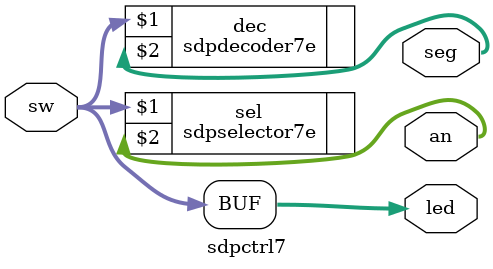
<source format=v>
`timescale 1ns / 1ps

module sdpctrl7(
  sw,an,seg,led
);
    input [15:0]sw;
    output [7:0]an;
    output [7:0]seg;
    output [15:0]led;
    
    assign led = sw;
    sdpdecoder7e dec(sw,seg);
    sdpselector7e sel(sw,an);
endmodule // sdpctrl7sw,an,seg,led
</source>
